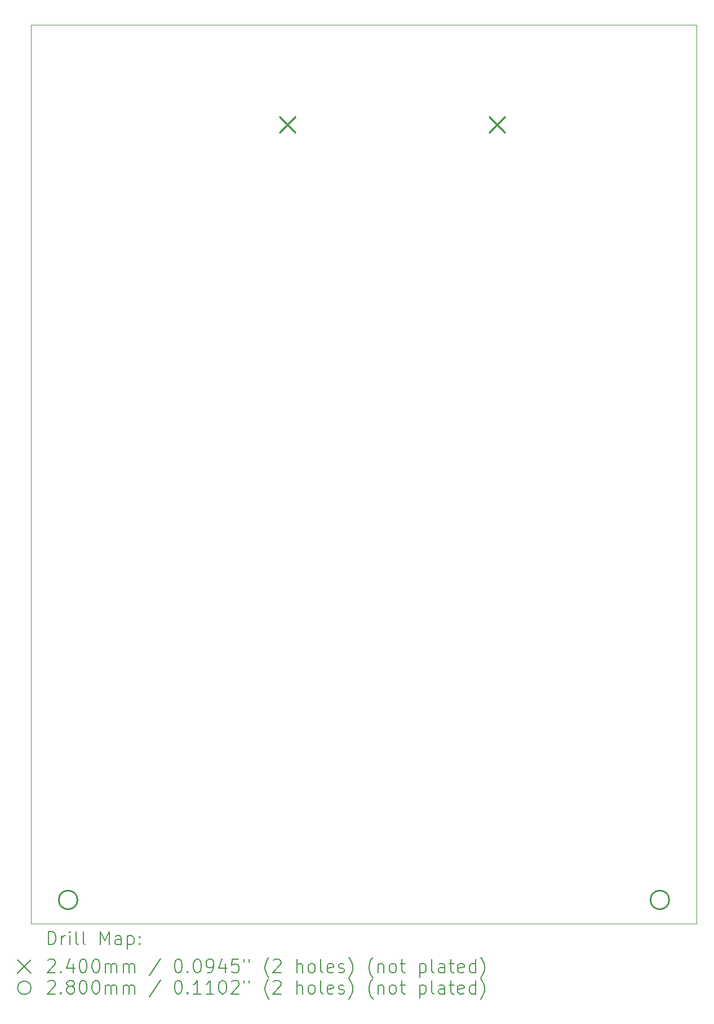
<source format=gbr>
%TF.GenerationSoftware,KiCad,Pcbnew,8.0.2*%
%TF.CreationDate,2025-03-06T23:30:27+01:00*%
%TF.ProjectId,meas,6d656173-2e6b-4696-9361-645f70636258,2.0.0*%
%TF.SameCoordinates,Original*%
%TF.FileFunction,Drillmap*%
%TF.FilePolarity,Positive*%
%FSLAX45Y45*%
G04 Gerber Fmt 4.5, Leading zero omitted, Abs format (unit mm)*
G04 Created by KiCad (PCBNEW 8.0.2) date 2025-03-06 23:30:27*
%MOMM*%
%LPD*%
G01*
G04 APERTURE LIST*
%ADD10C,0.050000*%
%ADD11C,0.200000*%
%ADD12C,0.240000*%
%ADD13C,0.280000*%
G04 APERTURE END LIST*
D10*
X15000000Y-4000000D02*
X25000000Y-4000000D01*
X25000000Y-17500000D01*
X15000000Y-17500000D01*
X15000000Y-4000000D01*
D11*
D12*
X18730000Y-5380000D02*
X18970000Y-5620000D01*
X18970000Y-5380000D02*
X18730000Y-5620000D01*
X21880000Y-5380000D02*
X22120000Y-5620000D01*
X22120000Y-5380000D02*
X21880000Y-5620000D01*
D13*
X15695000Y-17143000D02*
G75*
G02*
X15415000Y-17143000I-140000J0D01*
G01*
X15415000Y-17143000D02*
G75*
G02*
X15695000Y-17143000I140000J0D01*
G01*
X24585000Y-17143000D02*
G75*
G02*
X24305000Y-17143000I-140000J0D01*
G01*
X24305000Y-17143000D02*
G75*
G02*
X24585000Y-17143000I140000J0D01*
G01*
D11*
X15258277Y-17813984D02*
X15258277Y-17613984D01*
X15258277Y-17613984D02*
X15305896Y-17613984D01*
X15305896Y-17613984D02*
X15334467Y-17623508D01*
X15334467Y-17623508D02*
X15353515Y-17642555D01*
X15353515Y-17642555D02*
X15363039Y-17661603D01*
X15363039Y-17661603D02*
X15372562Y-17699698D01*
X15372562Y-17699698D02*
X15372562Y-17728270D01*
X15372562Y-17728270D02*
X15363039Y-17766365D01*
X15363039Y-17766365D02*
X15353515Y-17785412D01*
X15353515Y-17785412D02*
X15334467Y-17804460D01*
X15334467Y-17804460D02*
X15305896Y-17813984D01*
X15305896Y-17813984D02*
X15258277Y-17813984D01*
X15458277Y-17813984D02*
X15458277Y-17680650D01*
X15458277Y-17718746D02*
X15467801Y-17699698D01*
X15467801Y-17699698D02*
X15477324Y-17690174D01*
X15477324Y-17690174D02*
X15496372Y-17680650D01*
X15496372Y-17680650D02*
X15515420Y-17680650D01*
X15582086Y-17813984D02*
X15582086Y-17680650D01*
X15582086Y-17613984D02*
X15572562Y-17623508D01*
X15572562Y-17623508D02*
X15582086Y-17633031D01*
X15582086Y-17633031D02*
X15591610Y-17623508D01*
X15591610Y-17623508D02*
X15582086Y-17613984D01*
X15582086Y-17613984D02*
X15582086Y-17633031D01*
X15705896Y-17813984D02*
X15686848Y-17804460D01*
X15686848Y-17804460D02*
X15677324Y-17785412D01*
X15677324Y-17785412D02*
X15677324Y-17613984D01*
X15810658Y-17813984D02*
X15791610Y-17804460D01*
X15791610Y-17804460D02*
X15782086Y-17785412D01*
X15782086Y-17785412D02*
X15782086Y-17613984D01*
X16039229Y-17813984D02*
X16039229Y-17613984D01*
X16039229Y-17613984D02*
X16105896Y-17756841D01*
X16105896Y-17756841D02*
X16172562Y-17613984D01*
X16172562Y-17613984D02*
X16172562Y-17813984D01*
X16353515Y-17813984D02*
X16353515Y-17709222D01*
X16353515Y-17709222D02*
X16343991Y-17690174D01*
X16343991Y-17690174D02*
X16324943Y-17680650D01*
X16324943Y-17680650D02*
X16286848Y-17680650D01*
X16286848Y-17680650D02*
X16267801Y-17690174D01*
X16353515Y-17804460D02*
X16334467Y-17813984D01*
X16334467Y-17813984D02*
X16286848Y-17813984D01*
X16286848Y-17813984D02*
X16267801Y-17804460D01*
X16267801Y-17804460D02*
X16258277Y-17785412D01*
X16258277Y-17785412D02*
X16258277Y-17766365D01*
X16258277Y-17766365D02*
X16267801Y-17747317D01*
X16267801Y-17747317D02*
X16286848Y-17737793D01*
X16286848Y-17737793D02*
X16334467Y-17737793D01*
X16334467Y-17737793D02*
X16353515Y-17728270D01*
X16448753Y-17680650D02*
X16448753Y-17880650D01*
X16448753Y-17690174D02*
X16467801Y-17680650D01*
X16467801Y-17680650D02*
X16505896Y-17680650D01*
X16505896Y-17680650D02*
X16524943Y-17690174D01*
X16524943Y-17690174D02*
X16534467Y-17699698D01*
X16534467Y-17699698D02*
X16543991Y-17718746D01*
X16543991Y-17718746D02*
X16543991Y-17775889D01*
X16543991Y-17775889D02*
X16534467Y-17794936D01*
X16534467Y-17794936D02*
X16524943Y-17804460D01*
X16524943Y-17804460D02*
X16505896Y-17813984D01*
X16505896Y-17813984D02*
X16467801Y-17813984D01*
X16467801Y-17813984D02*
X16448753Y-17804460D01*
X16629705Y-17794936D02*
X16639229Y-17804460D01*
X16639229Y-17804460D02*
X16629705Y-17813984D01*
X16629705Y-17813984D02*
X16620182Y-17804460D01*
X16620182Y-17804460D02*
X16629705Y-17794936D01*
X16629705Y-17794936D02*
X16629705Y-17813984D01*
X16629705Y-17690174D02*
X16639229Y-17699698D01*
X16639229Y-17699698D02*
X16629705Y-17709222D01*
X16629705Y-17709222D02*
X16620182Y-17699698D01*
X16620182Y-17699698D02*
X16629705Y-17690174D01*
X16629705Y-17690174D02*
X16629705Y-17709222D01*
X14797500Y-18042500D02*
X14997500Y-18242500D01*
X14997500Y-18042500D02*
X14797500Y-18242500D01*
X15248753Y-18053031D02*
X15258277Y-18043508D01*
X15258277Y-18043508D02*
X15277324Y-18033984D01*
X15277324Y-18033984D02*
X15324943Y-18033984D01*
X15324943Y-18033984D02*
X15343991Y-18043508D01*
X15343991Y-18043508D02*
X15353515Y-18053031D01*
X15353515Y-18053031D02*
X15363039Y-18072079D01*
X15363039Y-18072079D02*
X15363039Y-18091127D01*
X15363039Y-18091127D02*
X15353515Y-18119698D01*
X15353515Y-18119698D02*
X15239229Y-18233984D01*
X15239229Y-18233984D02*
X15363039Y-18233984D01*
X15448753Y-18214936D02*
X15458277Y-18224460D01*
X15458277Y-18224460D02*
X15448753Y-18233984D01*
X15448753Y-18233984D02*
X15439229Y-18224460D01*
X15439229Y-18224460D02*
X15448753Y-18214936D01*
X15448753Y-18214936D02*
X15448753Y-18233984D01*
X15629705Y-18100650D02*
X15629705Y-18233984D01*
X15582086Y-18024460D02*
X15534467Y-18167317D01*
X15534467Y-18167317D02*
X15658277Y-18167317D01*
X15772562Y-18033984D02*
X15791610Y-18033984D01*
X15791610Y-18033984D02*
X15810658Y-18043508D01*
X15810658Y-18043508D02*
X15820182Y-18053031D01*
X15820182Y-18053031D02*
X15829705Y-18072079D01*
X15829705Y-18072079D02*
X15839229Y-18110174D01*
X15839229Y-18110174D02*
X15839229Y-18157793D01*
X15839229Y-18157793D02*
X15829705Y-18195889D01*
X15829705Y-18195889D02*
X15820182Y-18214936D01*
X15820182Y-18214936D02*
X15810658Y-18224460D01*
X15810658Y-18224460D02*
X15791610Y-18233984D01*
X15791610Y-18233984D02*
X15772562Y-18233984D01*
X15772562Y-18233984D02*
X15753515Y-18224460D01*
X15753515Y-18224460D02*
X15743991Y-18214936D01*
X15743991Y-18214936D02*
X15734467Y-18195889D01*
X15734467Y-18195889D02*
X15724943Y-18157793D01*
X15724943Y-18157793D02*
X15724943Y-18110174D01*
X15724943Y-18110174D02*
X15734467Y-18072079D01*
X15734467Y-18072079D02*
X15743991Y-18053031D01*
X15743991Y-18053031D02*
X15753515Y-18043508D01*
X15753515Y-18043508D02*
X15772562Y-18033984D01*
X15963039Y-18033984D02*
X15982086Y-18033984D01*
X15982086Y-18033984D02*
X16001134Y-18043508D01*
X16001134Y-18043508D02*
X16010658Y-18053031D01*
X16010658Y-18053031D02*
X16020182Y-18072079D01*
X16020182Y-18072079D02*
X16029705Y-18110174D01*
X16029705Y-18110174D02*
X16029705Y-18157793D01*
X16029705Y-18157793D02*
X16020182Y-18195889D01*
X16020182Y-18195889D02*
X16010658Y-18214936D01*
X16010658Y-18214936D02*
X16001134Y-18224460D01*
X16001134Y-18224460D02*
X15982086Y-18233984D01*
X15982086Y-18233984D02*
X15963039Y-18233984D01*
X15963039Y-18233984D02*
X15943991Y-18224460D01*
X15943991Y-18224460D02*
X15934467Y-18214936D01*
X15934467Y-18214936D02*
X15924943Y-18195889D01*
X15924943Y-18195889D02*
X15915420Y-18157793D01*
X15915420Y-18157793D02*
X15915420Y-18110174D01*
X15915420Y-18110174D02*
X15924943Y-18072079D01*
X15924943Y-18072079D02*
X15934467Y-18053031D01*
X15934467Y-18053031D02*
X15943991Y-18043508D01*
X15943991Y-18043508D02*
X15963039Y-18033984D01*
X16115420Y-18233984D02*
X16115420Y-18100650D01*
X16115420Y-18119698D02*
X16124943Y-18110174D01*
X16124943Y-18110174D02*
X16143991Y-18100650D01*
X16143991Y-18100650D02*
X16172563Y-18100650D01*
X16172563Y-18100650D02*
X16191610Y-18110174D01*
X16191610Y-18110174D02*
X16201134Y-18129222D01*
X16201134Y-18129222D02*
X16201134Y-18233984D01*
X16201134Y-18129222D02*
X16210658Y-18110174D01*
X16210658Y-18110174D02*
X16229705Y-18100650D01*
X16229705Y-18100650D02*
X16258277Y-18100650D01*
X16258277Y-18100650D02*
X16277324Y-18110174D01*
X16277324Y-18110174D02*
X16286848Y-18129222D01*
X16286848Y-18129222D02*
X16286848Y-18233984D01*
X16382086Y-18233984D02*
X16382086Y-18100650D01*
X16382086Y-18119698D02*
X16391610Y-18110174D01*
X16391610Y-18110174D02*
X16410658Y-18100650D01*
X16410658Y-18100650D02*
X16439229Y-18100650D01*
X16439229Y-18100650D02*
X16458277Y-18110174D01*
X16458277Y-18110174D02*
X16467801Y-18129222D01*
X16467801Y-18129222D02*
X16467801Y-18233984D01*
X16467801Y-18129222D02*
X16477324Y-18110174D01*
X16477324Y-18110174D02*
X16496372Y-18100650D01*
X16496372Y-18100650D02*
X16524943Y-18100650D01*
X16524943Y-18100650D02*
X16543991Y-18110174D01*
X16543991Y-18110174D02*
X16553515Y-18129222D01*
X16553515Y-18129222D02*
X16553515Y-18233984D01*
X16943991Y-18024460D02*
X16772563Y-18281603D01*
X17201134Y-18033984D02*
X17220182Y-18033984D01*
X17220182Y-18033984D02*
X17239229Y-18043508D01*
X17239229Y-18043508D02*
X17248753Y-18053031D01*
X17248753Y-18053031D02*
X17258277Y-18072079D01*
X17258277Y-18072079D02*
X17267801Y-18110174D01*
X17267801Y-18110174D02*
X17267801Y-18157793D01*
X17267801Y-18157793D02*
X17258277Y-18195889D01*
X17258277Y-18195889D02*
X17248753Y-18214936D01*
X17248753Y-18214936D02*
X17239229Y-18224460D01*
X17239229Y-18224460D02*
X17220182Y-18233984D01*
X17220182Y-18233984D02*
X17201134Y-18233984D01*
X17201134Y-18233984D02*
X17182087Y-18224460D01*
X17182087Y-18224460D02*
X17172563Y-18214936D01*
X17172563Y-18214936D02*
X17163039Y-18195889D01*
X17163039Y-18195889D02*
X17153515Y-18157793D01*
X17153515Y-18157793D02*
X17153515Y-18110174D01*
X17153515Y-18110174D02*
X17163039Y-18072079D01*
X17163039Y-18072079D02*
X17172563Y-18053031D01*
X17172563Y-18053031D02*
X17182087Y-18043508D01*
X17182087Y-18043508D02*
X17201134Y-18033984D01*
X17353515Y-18214936D02*
X17363039Y-18224460D01*
X17363039Y-18224460D02*
X17353515Y-18233984D01*
X17353515Y-18233984D02*
X17343991Y-18224460D01*
X17343991Y-18224460D02*
X17353515Y-18214936D01*
X17353515Y-18214936D02*
X17353515Y-18233984D01*
X17486848Y-18033984D02*
X17505896Y-18033984D01*
X17505896Y-18033984D02*
X17524944Y-18043508D01*
X17524944Y-18043508D02*
X17534468Y-18053031D01*
X17534468Y-18053031D02*
X17543991Y-18072079D01*
X17543991Y-18072079D02*
X17553515Y-18110174D01*
X17553515Y-18110174D02*
X17553515Y-18157793D01*
X17553515Y-18157793D02*
X17543991Y-18195889D01*
X17543991Y-18195889D02*
X17534468Y-18214936D01*
X17534468Y-18214936D02*
X17524944Y-18224460D01*
X17524944Y-18224460D02*
X17505896Y-18233984D01*
X17505896Y-18233984D02*
X17486848Y-18233984D01*
X17486848Y-18233984D02*
X17467801Y-18224460D01*
X17467801Y-18224460D02*
X17458277Y-18214936D01*
X17458277Y-18214936D02*
X17448753Y-18195889D01*
X17448753Y-18195889D02*
X17439229Y-18157793D01*
X17439229Y-18157793D02*
X17439229Y-18110174D01*
X17439229Y-18110174D02*
X17448753Y-18072079D01*
X17448753Y-18072079D02*
X17458277Y-18053031D01*
X17458277Y-18053031D02*
X17467801Y-18043508D01*
X17467801Y-18043508D02*
X17486848Y-18033984D01*
X17648753Y-18233984D02*
X17686848Y-18233984D01*
X17686848Y-18233984D02*
X17705896Y-18224460D01*
X17705896Y-18224460D02*
X17715420Y-18214936D01*
X17715420Y-18214936D02*
X17734468Y-18186365D01*
X17734468Y-18186365D02*
X17743991Y-18148270D01*
X17743991Y-18148270D02*
X17743991Y-18072079D01*
X17743991Y-18072079D02*
X17734468Y-18053031D01*
X17734468Y-18053031D02*
X17724944Y-18043508D01*
X17724944Y-18043508D02*
X17705896Y-18033984D01*
X17705896Y-18033984D02*
X17667801Y-18033984D01*
X17667801Y-18033984D02*
X17648753Y-18043508D01*
X17648753Y-18043508D02*
X17639229Y-18053031D01*
X17639229Y-18053031D02*
X17629706Y-18072079D01*
X17629706Y-18072079D02*
X17629706Y-18119698D01*
X17629706Y-18119698D02*
X17639229Y-18138746D01*
X17639229Y-18138746D02*
X17648753Y-18148270D01*
X17648753Y-18148270D02*
X17667801Y-18157793D01*
X17667801Y-18157793D02*
X17705896Y-18157793D01*
X17705896Y-18157793D02*
X17724944Y-18148270D01*
X17724944Y-18148270D02*
X17734468Y-18138746D01*
X17734468Y-18138746D02*
X17743991Y-18119698D01*
X17915420Y-18100650D02*
X17915420Y-18233984D01*
X17867801Y-18024460D02*
X17820182Y-18167317D01*
X17820182Y-18167317D02*
X17943991Y-18167317D01*
X18115420Y-18033984D02*
X18020182Y-18033984D01*
X18020182Y-18033984D02*
X18010658Y-18129222D01*
X18010658Y-18129222D02*
X18020182Y-18119698D01*
X18020182Y-18119698D02*
X18039229Y-18110174D01*
X18039229Y-18110174D02*
X18086849Y-18110174D01*
X18086849Y-18110174D02*
X18105896Y-18119698D01*
X18105896Y-18119698D02*
X18115420Y-18129222D01*
X18115420Y-18129222D02*
X18124944Y-18148270D01*
X18124944Y-18148270D02*
X18124944Y-18195889D01*
X18124944Y-18195889D02*
X18115420Y-18214936D01*
X18115420Y-18214936D02*
X18105896Y-18224460D01*
X18105896Y-18224460D02*
X18086849Y-18233984D01*
X18086849Y-18233984D02*
X18039229Y-18233984D01*
X18039229Y-18233984D02*
X18020182Y-18224460D01*
X18020182Y-18224460D02*
X18010658Y-18214936D01*
X18201134Y-18033984D02*
X18201134Y-18072079D01*
X18277325Y-18033984D02*
X18277325Y-18072079D01*
X18572563Y-18310174D02*
X18563039Y-18300650D01*
X18563039Y-18300650D02*
X18543991Y-18272079D01*
X18543991Y-18272079D02*
X18534468Y-18253031D01*
X18534468Y-18253031D02*
X18524944Y-18224460D01*
X18524944Y-18224460D02*
X18515420Y-18176841D01*
X18515420Y-18176841D02*
X18515420Y-18138746D01*
X18515420Y-18138746D02*
X18524944Y-18091127D01*
X18524944Y-18091127D02*
X18534468Y-18062555D01*
X18534468Y-18062555D02*
X18543991Y-18043508D01*
X18543991Y-18043508D02*
X18563039Y-18014936D01*
X18563039Y-18014936D02*
X18572563Y-18005412D01*
X18639230Y-18053031D02*
X18648753Y-18043508D01*
X18648753Y-18043508D02*
X18667801Y-18033984D01*
X18667801Y-18033984D02*
X18715420Y-18033984D01*
X18715420Y-18033984D02*
X18734468Y-18043508D01*
X18734468Y-18043508D02*
X18743991Y-18053031D01*
X18743991Y-18053031D02*
X18753515Y-18072079D01*
X18753515Y-18072079D02*
X18753515Y-18091127D01*
X18753515Y-18091127D02*
X18743991Y-18119698D01*
X18743991Y-18119698D02*
X18629706Y-18233984D01*
X18629706Y-18233984D02*
X18753515Y-18233984D01*
X18991611Y-18233984D02*
X18991611Y-18033984D01*
X19077325Y-18233984D02*
X19077325Y-18129222D01*
X19077325Y-18129222D02*
X19067801Y-18110174D01*
X19067801Y-18110174D02*
X19048753Y-18100650D01*
X19048753Y-18100650D02*
X19020182Y-18100650D01*
X19020182Y-18100650D02*
X19001134Y-18110174D01*
X19001134Y-18110174D02*
X18991611Y-18119698D01*
X19201134Y-18233984D02*
X19182087Y-18224460D01*
X19182087Y-18224460D02*
X19172563Y-18214936D01*
X19172563Y-18214936D02*
X19163039Y-18195889D01*
X19163039Y-18195889D02*
X19163039Y-18138746D01*
X19163039Y-18138746D02*
X19172563Y-18119698D01*
X19172563Y-18119698D02*
X19182087Y-18110174D01*
X19182087Y-18110174D02*
X19201134Y-18100650D01*
X19201134Y-18100650D02*
X19229706Y-18100650D01*
X19229706Y-18100650D02*
X19248753Y-18110174D01*
X19248753Y-18110174D02*
X19258277Y-18119698D01*
X19258277Y-18119698D02*
X19267801Y-18138746D01*
X19267801Y-18138746D02*
X19267801Y-18195889D01*
X19267801Y-18195889D02*
X19258277Y-18214936D01*
X19258277Y-18214936D02*
X19248753Y-18224460D01*
X19248753Y-18224460D02*
X19229706Y-18233984D01*
X19229706Y-18233984D02*
X19201134Y-18233984D01*
X19382087Y-18233984D02*
X19363039Y-18224460D01*
X19363039Y-18224460D02*
X19353515Y-18205412D01*
X19353515Y-18205412D02*
X19353515Y-18033984D01*
X19534468Y-18224460D02*
X19515420Y-18233984D01*
X19515420Y-18233984D02*
X19477325Y-18233984D01*
X19477325Y-18233984D02*
X19458277Y-18224460D01*
X19458277Y-18224460D02*
X19448753Y-18205412D01*
X19448753Y-18205412D02*
X19448753Y-18129222D01*
X19448753Y-18129222D02*
X19458277Y-18110174D01*
X19458277Y-18110174D02*
X19477325Y-18100650D01*
X19477325Y-18100650D02*
X19515420Y-18100650D01*
X19515420Y-18100650D02*
X19534468Y-18110174D01*
X19534468Y-18110174D02*
X19543992Y-18129222D01*
X19543992Y-18129222D02*
X19543992Y-18148270D01*
X19543992Y-18148270D02*
X19448753Y-18167317D01*
X19620182Y-18224460D02*
X19639230Y-18233984D01*
X19639230Y-18233984D02*
X19677325Y-18233984D01*
X19677325Y-18233984D02*
X19696373Y-18224460D01*
X19696373Y-18224460D02*
X19705896Y-18205412D01*
X19705896Y-18205412D02*
X19705896Y-18195889D01*
X19705896Y-18195889D02*
X19696373Y-18176841D01*
X19696373Y-18176841D02*
X19677325Y-18167317D01*
X19677325Y-18167317D02*
X19648753Y-18167317D01*
X19648753Y-18167317D02*
X19629706Y-18157793D01*
X19629706Y-18157793D02*
X19620182Y-18138746D01*
X19620182Y-18138746D02*
X19620182Y-18129222D01*
X19620182Y-18129222D02*
X19629706Y-18110174D01*
X19629706Y-18110174D02*
X19648753Y-18100650D01*
X19648753Y-18100650D02*
X19677325Y-18100650D01*
X19677325Y-18100650D02*
X19696373Y-18110174D01*
X19772563Y-18310174D02*
X19782087Y-18300650D01*
X19782087Y-18300650D02*
X19801134Y-18272079D01*
X19801134Y-18272079D02*
X19810658Y-18253031D01*
X19810658Y-18253031D02*
X19820182Y-18224460D01*
X19820182Y-18224460D02*
X19829706Y-18176841D01*
X19829706Y-18176841D02*
X19829706Y-18138746D01*
X19829706Y-18138746D02*
X19820182Y-18091127D01*
X19820182Y-18091127D02*
X19810658Y-18062555D01*
X19810658Y-18062555D02*
X19801134Y-18043508D01*
X19801134Y-18043508D02*
X19782087Y-18014936D01*
X19782087Y-18014936D02*
X19772563Y-18005412D01*
X20134468Y-18310174D02*
X20124944Y-18300650D01*
X20124944Y-18300650D02*
X20105896Y-18272079D01*
X20105896Y-18272079D02*
X20096373Y-18253031D01*
X20096373Y-18253031D02*
X20086849Y-18224460D01*
X20086849Y-18224460D02*
X20077325Y-18176841D01*
X20077325Y-18176841D02*
X20077325Y-18138746D01*
X20077325Y-18138746D02*
X20086849Y-18091127D01*
X20086849Y-18091127D02*
X20096373Y-18062555D01*
X20096373Y-18062555D02*
X20105896Y-18043508D01*
X20105896Y-18043508D02*
X20124944Y-18014936D01*
X20124944Y-18014936D02*
X20134468Y-18005412D01*
X20210658Y-18100650D02*
X20210658Y-18233984D01*
X20210658Y-18119698D02*
X20220182Y-18110174D01*
X20220182Y-18110174D02*
X20239230Y-18100650D01*
X20239230Y-18100650D02*
X20267801Y-18100650D01*
X20267801Y-18100650D02*
X20286849Y-18110174D01*
X20286849Y-18110174D02*
X20296373Y-18129222D01*
X20296373Y-18129222D02*
X20296373Y-18233984D01*
X20420182Y-18233984D02*
X20401134Y-18224460D01*
X20401134Y-18224460D02*
X20391611Y-18214936D01*
X20391611Y-18214936D02*
X20382087Y-18195889D01*
X20382087Y-18195889D02*
X20382087Y-18138746D01*
X20382087Y-18138746D02*
X20391611Y-18119698D01*
X20391611Y-18119698D02*
X20401134Y-18110174D01*
X20401134Y-18110174D02*
X20420182Y-18100650D01*
X20420182Y-18100650D02*
X20448754Y-18100650D01*
X20448754Y-18100650D02*
X20467801Y-18110174D01*
X20467801Y-18110174D02*
X20477325Y-18119698D01*
X20477325Y-18119698D02*
X20486849Y-18138746D01*
X20486849Y-18138746D02*
X20486849Y-18195889D01*
X20486849Y-18195889D02*
X20477325Y-18214936D01*
X20477325Y-18214936D02*
X20467801Y-18224460D01*
X20467801Y-18224460D02*
X20448754Y-18233984D01*
X20448754Y-18233984D02*
X20420182Y-18233984D01*
X20543992Y-18100650D02*
X20620182Y-18100650D01*
X20572563Y-18033984D02*
X20572563Y-18205412D01*
X20572563Y-18205412D02*
X20582087Y-18224460D01*
X20582087Y-18224460D02*
X20601134Y-18233984D01*
X20601134Y-18233984D02*
X20620182Y-18233984D01*
X20839230Y-18100650D02*
X20839230Y-18300650D01*
X20839230Y-18110174D02*
X20858277Y-18100650D01*
X20858277Y-18100650D02*
X20896373Y-18100650D01*
X20896373Y-18100650D02*
X20915420Y-18110174D01*
X20915420Y-18110174D02*
X20924944Y-18119698D01*
X20924944Y-18119698D02*
X20934468Y-18138746D01*
X20934468Y-18138746D02*
X20934468Y-18195889D01*
X20934468Y-18195889D02*
X20924944Y-18214936D01*
X20924944Y-18214936D02*
X20915420Y-18224460D01*
X20915420Y-18224460D02*
X20896373Y-18233984D01*
X20896373Y-18233984D02*
X20858277Y-18233984D01*
X20858277Y-18233984D02*
X20839230Y-18224460D01*
X21048754Y-18233984D02*
X21029706Y-18224460D01*
X21029706Y-18224460D02*
X21020182Y-18205412D01*
X21020182Y-18205412D02*
X21020182Y-18033984D01*
X21210658Y-18233984D02*
X21210658Y-18129222D01*
X21210658Y-18129222D02*
X21201135Y-18110174D01*
X21201135Y-18110174D02*
X21182087Y-18100650D01*
X21182087Y-18100650D02*
X21143992Y-18100650D01*
X21143992Y-18100650D02*
X21124944Y-18110174D01*
X21210658Y-18224460D02*
X21191611Y-18233984D01*
X21191611Y-18233984D02*
X21143992Y-18233984D01*
X21143992Y-18233984D02*
X21124944Y-18224460D01*
X21124944Y-18224460D02*
X21115420Y-18205412D01*
X21115420Y-18205412D02*
X21115420Y-18186365D01*
X21115420Y-18186365D02*
X21124944Y-18167317D01*
X21124944Y-18167317D02*
X21143992Y-18157793D01*
X21143992Y-18157793D02*
X21191611Y-18157793D01*
X21191611Y-18157793D02*
X21210658Y-18148270D01*
X21277325Y-18100650D02*
X21353515Y-18100650D01*
X21305896Y-18033984D02*
X21305896Y-18205412D01*
X21305896Y-18205412D02*
X21315420Y-18224460D01*
X21315420Y-18224460D02*
X21334468Y-18233984D01*
X21334468Y-18233984D02*
X21353515Y-18233984D01*
X21496373Y-18224460D02*
X21477325Y-18233984D01*
X21477325Y-18233984D02*
X21439230Y-18233984D01*
X21439230Y-18233984D02*
X21420182Y-18224460D01*
X21420182Y-18224460D02*
X21410658Y-18205412D01*
X21410658Y-18205412D02*
X21410658Y-18129222D01*
X21410658Y-18129222D02*
X21420182Y-18110174D01*
X21420182Y-18110174D02*
X21439230Y-18100650D01*
X21439230Y-18100650D02*
X21477325Y-18100650D01*
X21477325Y-18100650D02*
X21496373Y-18110174D01*
X21496373Y-18110174D02*
X21505896Y-18129222D01*
X21505896Y-18129222D02*
X21505896Y-18148270D01*
X21505896Y-18148270D02*
X21410658Y-18167317D01*
X21677325Y-18233984D02*
X21677325Y-18033984D01*
X21677325Y-18224460D02*
X21658277Y-18233984D01*
X21658277Y-18233984D02*
X21620182Y-18233984D01*
X21620182Y-18233984D02*
X21601135Y-18224460D01*
X21601135Y-18224460D02*
X21591611Y-18214936D01*
X21591611Y-18214936D02*
X21582087Y-18195889D01*
X21582087Y-18195889D02*
X21582087Y-18138746D01*
X21582087Y-18138746D02*
X21591611Y-18119698D01*
X21591611Y-18119698D02*
X21601135Y-18110174D01*
X21601135Y-18110174D02*
X21620182Y-18100650D01*
X21620182Y-18100650D02*
X21658277Y-18100650D01*
X21658277Y-18100650D02*
X21677325Y-18110174D01*
X21753516Y-18310174D02*
X21763039Y-18300650D01*
X21763039Y-18300650D02*
X21782087Y-18272079D01*
X21782087Y-18272079D02*
X21791611Y-18253031D01*
X21791611Y-18253031D02*
X21801135Y-18224460D01*
X21801135Y-18224460D02*
X21810658Y-18176841D01*
X21810658Y-18176841D02*
X21810658Y-18138746D01*
X21810658Y-18138746D02*
X21801135Y-18091127D01*
X21801135Y-18091127D02*
X21791611Y-18062555D01*
X21791611Y-18062555D02*
X21782087Y-18043508D01*
X21782087Y-18043508D02*
X21763039Y-18014936D01*
X21763039Y-18014936D02*
X21753516Y-18005412D01*
X14997500Y-18462500D02*
G75*
G02*
X14797500Y-18462500I-100000J0D01*
G01*
X14797500Y-18462500D02*
G75*
G02*
X14997500Y-18462500I100000J0D01*
G01*
X15248753Y-18373031D02*
X15258277Y-18363508D01*
X15258277Y-18363508D02*
X15277324Y-18353984D01*
X15277324Y-18353984D02*
X15324943Y-18353984D01*
X15324943Y-18353984D02*
X15343991Y-18363508D01*
X15343991Y-18363508D02*
X15353515Y-18373031D01*
X15353515Y-18373031D02*
X15363039Y-18392079D01*
X15363039Y-18392079D02*
X15363039Y-18411127D01*
X15363039Y-18411127D02*
X15353515Y-18439698D01*
X15353515Y-18439698D02*
X15239229Y-18553984D01*
X15239229Y-18553984D02*
X15363039Y-18553984D01*
X15448753Y-18534936D02*
X15458277Y-18544460D01*
X15458277Y-18544460D02*
X15448753Y-18553984D01*
X15448753Y-18553984D02*
X15439229Y-18544460D01*
X15439229Y-18544460D02*
X15448753Y-18534936D01*
X15448753Y-18534936D02*
X15448753Y-18553984D01*
X15572562Y-18439698D02*
X15553515Y-18430174D01*
X15553515Y-18430174D02*
X15543991Y-18420650D01*
X15543991Y-18420650D02*
X15534467Y-18401603D01*
X15534467Y-18401603D02*
X15534467Y-18392079D01*
X15534467Y-18392079D02*
X15543991Y-18373031D01*
X15543991Y-18373031D02*
X15553515Y-18363508D01*
X15553515Y-18363508D02*
X15572562Y-18353984D01*
X15572562Y-18353984D02*
X15610658Y-18353984D01*
X15610658Y-18353984D02*
X15629705Y-18363508D01*
X15629705Y-18363508D02*
X15639229Y-18373031D01*
X15639229Y-18373031D02*
X15648753Y-18392079D01*
X15648753Y-18392079D02*
X15648753Y-18401603D01*
X15648753Y-18401603D02*
X15639229Y-18420650D01*
X15639229Y-18420650D02*
X15629705Y-18430174D01*
X15629705Y-18430174D02*
X15610658Y-18439698D01*
X15610658Y-18439698D02*
X15572562Y-18439698D01*
X15572562Y-18439698D02*
X15553515Y-18449222D01*
X15553515Y-18449222D02*
X15543991Y-18458746D01*
X15543991Y-18458746D02*
X15534467Y-18477793D01*
X15534467Y-18477793D02*
X15534467Y-18515889D01*
X15534467Y-18515889D02*
X15543991Y-18534936D01*
X15543991Y-18534936D02*
X15553515Y-18544460D01*
X15553515Y-18544460D02*
X15572562Y-18553984D01*
X15572562Y-18553984D02*
X15610658Y-18553984D01*
X15610658Y-18553984D02*
X15629705Y-18544460D01*
X15629705Y-18544460D02*
X15639229Y-18534936D01*
X15639229Y-18534936D02*
X15648753Y-18515889D01*
X15648753Y-18515889D02*
X15648753Y-18477793D01*
X15648753Y-18477793D02*
X15639229Y-18458746D01*
X15639229Y-18458746D02*
X15629705Y-18449222D01*
X15629705Y-18449222D02*
X15610658Y-18439698D01*
X15772562Y-18353984D02*
X15791610Y-18353984D01*
X15791610Y-18353984D02*
X15810658Y-18363508D01*
X15810658Y-18363508D02*
X15820182Y-18373031D01*
X15820182Y-18373031D02*
X15829705Y-18392079D01*
X15829705Y-18392079D02*
X15839229Y-18430174D01*
X15839229Y-18430174D02*
X15839229Y-18477793D01*
X15839229Y-18477793D02*
X15829705Y-18515889D01*
X15829705Y-18515889D02*
X15820182Y-18534936D01*
X15820182Y-18534936D02*
X15810658Y-18544460D01*
X15810658Y-18544460D02*
X15791610Y-18553984D01*
X15791610Y-18553984D02*
X15772562Y-18553984D01*
X15772562Y-18553984D02*
X15753515Y-18544460D01*
X15753515Y-18544460D02*
X15743991Y-18534936D01*
X15743991Y-18534936D02*
X15734467Y-18515889D01*
X15734467Y-18515889D02*
X15724943Y-18477793D01*
X15724943Y-18477793D02*
X15724943Y-18430174D01*
X15724943Y-18430174D02*
X15734467Y-18392079D01*
X15734467Y-18392079D02*
X15743991Y-18373031D01*
X15743991Y-18373031D02*
X15753515Y-18363508D01*
X15753515Y-18363508D02*
X15772562Y-18353984D01*
X15963039Y-18353984D02*
X15982086Y-18353984D01*
X15982086Y-18353984D02*
X16001134Y-18363508D01*
X16001134Y-18363508D02*
X16010658Y-18373031D01*
X16010658Y-18373031D02*
X16020182Y-18392079D01*
X16020182Y-18392079D02*
X16029705Y-18430174D01*
X16029705Y-18430174D02*
X16029705Y-18477793D01*
X16029705Y-18477793D02*
X16020182Y-18515889D01*
X16020182Y-18515889D02*
X16010658Y-18534936D01*
X16010658Y-18534936D02*
X16001134Y-18544460D01*
X16001134Y-18544460D02*
X15982086Y-18553984D01*
X15982086Y-18553984D02*
X15963039Y-18553984D01*
X15963039Y-18553984D02*
X15943991Y-18544460D01*
X15943991Y-18544460D02*
X15934467Y-18534936D01*
X15934467Y-18534936D02*
X15924943Y-18515889D01*
X15924943Y-18515889D02*
X15915420Y-18477793D01*
X15915420Y-18477793D02*
X15915420Y-18430174D01*
X15915420Y-18430174D02*
X15924943Y-18392079D01*
X15924943Y-18392079D02*
X15934467Y-18373031D01*
X15934467Y-18373031D02*
X15943991Y-18363508D01*
X15943991Y-18363508D02*
X15963039Y-18353984D01*
X16115420Y-18553984D02*
X16115420Y-18420650D01*
X16115420Y-18439698D02*
X16124943Y-18430174D01*
X16124943Y-18430174D02*
X16143991Y-18420650D01*
X16143991Y-18420650D02*
X16172563Y-18420650D01*
X16172563Y-18420650D02*
X16191610Y-18430174D01*
X16191610Y-18430174D02*
X16201134Y-18449222D01*
X16201134Y-18449222D02*
X16201134Y-18553984D01*
X16201134Y-18449222D02*
X16210658Y-18430174D01*
X16210658Y-18430174D02*
X16229705Y-18420650D01*
X16229705Y-18420650D02*
X16258277Y-18420650D01*
X16258277Y-18420650D02*
X16277324Y-18430174D01*
X16277324Y-18430174D02*
X16286848Y-18449222D01*
X16286848Y-18449222D02*
X16286848Y-18553984D01*
X16382086Y-18553984D02*
X16382086Y-18420650D01*
X16382086Y-18439698D02*
X16391610Y-18430174D01*
X16391610Y-18430174D02*
X16410658Y-18420650D01*
X16410658Y-18420650D02*
X16439229Y-18420650D01*
X16439229Y-18420650D02*
X16458277Y-18430174D01*
X16458277Y-18430174D02*
X16467801Y-18449222D01*
X16467801Y-18449222D02*
X16467801Y-18553984D01*
X16467801Y-18449222D02*
X16477324Y-18430174D01*
X16477324Y-18430174D02*
X16496372Y-18420650D01*
X16496372Y-18420650D02*
X16524943Y-18420650D01*
X16524943Y-18420650D02*
X16543991Y-18430174D01*
X16543991Y-18430174D02*
X16553515Y-18449222D01*
X16553515Y-18449222D02*
X16553515Y-18553984D01*
X16943991Y-18344460D02*
X16772563Y-18601603D01*
X17201134Y-18353984D02*
X17220182Y-18353984D01*
X17220182Y-18353984D02*
X17239229Y-18363508D01*
X17239229Y-18363508D02*
X17248753Y-18373031D01*
X17248753Y-18373031D02*
X17258277Y-18392079D01*
X17258277Y-18392079D02*
X17267801Y-18430174D01*
X17267801Y-18430174D02*
X17267801Y-18477793D01*
X17267801Y-18477793D02*
X17258277Y-18515889D01*
X17258277Y-18515889D02*
X17248753Y-18534936D01*
X17248753Y-18534936D02*
X17239229Y-18544460D01*
X17239229Y-18544460D02*
X17220182Y-18553984D01*
X17220182Y-18553984D02*
X17201134Y-18553984D01*
X17201134Y-18553984D02*
X17182087Y-18544460D01*
X17182087Y-18544460D02*
X17172563Y-18534936D01*
X17172563Y-18534936D02*
X17163039Y-18515889D01*
X17163039Y-18515889D02*
X17153515Y-18477793D01*
X17153515Y-18477793D02*
X17153515Y-18430174D01*
X17153515Y-18430174D02*
X17163039Y-18392079D01*
X17163039Y-18392079D02*
X17172563Y-18373031D01*
X17172563Y-18373031D02*
X17182087Y-18363508D01*
X17182087Y-18363508D02*
X17201134Y-18353984D01*
X17353515Y-18534936D02*
X17363039Y-18544460D01*
X17363039Y-18544460D02*
X17353515Y-18553984D01*
X17353515Y-18553984D02*
X17343991Y-18544460D01*
X17343991Y-18544460D02*
X17353515Y-18534936D01*
X17353515Y-18534936D02*
X17353515Y-18553984D01*
X17553515Y-18553984D02*
X17439229Y-18553984D01*
X17496372Y-18553984D02*
X17496372Y-18353984D01*
X17496372Y-18353984D02*
X17477325Y-18382555D01*
X17477325Y-18382555D02*
X17458277Y-18401603D01*
X17458277Y-18401603D02*
X17439229Y-18411127D01*
X17743991Y-18553984D02*
X17629706Y-18553984D01*
X17686848Y-18553984D02*
X17686848Y-18353984D01*
X17686848Y-18353984D02*
X17667801Y-18382555D01*
X17667801Y-18382555D02*
X17648753Y-18401603D01*
X17648753Y-18401603D02*
X17629706Y-18411127D01*
X17867801Y-18353984D02*
X17886849Y-18353984D01*
X17886849Y-18353984D02*
X17905896Y-18363508D01*
X17905896Y-18363508D02*
X17915420Y-18373031D01*
X17915420Y-18373031D02*
X17924944Y-18392079D01*
X17924944Y-18392079D02*
X17934468Y-18430174D01*
X17934468Y-18430174D02*
X17934468Y-18477793D01*
X17934468Y-18477793D02*
X17924944Y-18515889D01*
X17924944Y-18515889D02*
X17915420Y-18534936D01*
X17915420Y-18534936D02*
X17905896Y-18544460D01*
X17905896Y-18544460D02*
X17886849Y-18553984D01*
X17886849Y-18553984D02*
X17867801Y-18553984D01*
X17867801Y-18553984D02*
X17848753Y-18544460D01*
X17848753Y-18544460D02*
X17839229Y-18534936D01*
X17839229Y-18534936D02*
X17829706Y-18515889D01*
X17829706Y-18515889D02*
X17820182Y-18477793D01*
X17820182Y-18477793D02*
X17820182Y-18430174D01*
X17820182Y-18430174D02*
X17829706Y-18392079D01*
X17829706Y-18392079D02*
X17839229Y-18373031D01*
X17839229Y-18373031D02*
X17848753Y-18363508D01*
X17848753Y-18363508D02*
X17867801Y-18353984D01*
X18010658Y-18373031D02*
X18020182Y-18363508D01*
X18020182Y-18363508D02*
X18039229Y-18353984D01*
X18039229Y-18353984D02*
X18086849Y-18353984D01*
X18086849Y-18353984D02*
X18105896Y-18363508D01*
X18105896Y-18363508D02*
X18115420Y-18373031D01*
X18115420Y-18373031D02*
X18124944Y-18392079D01*
X18124944Y-18392079D02*
X18124944Y-18411127D01*
X18124944Y-18411127D02*
X18115420Y-18439698D01*
X18115420Y-18439698D02*
X18001134Y-18553984D01*
X18001134Y-18553984D02*
X18124944Y-18553984D01*
X18201134Y-18353984D02*
X18201134Y-18392079D01*
X18277325Y-18353984D02*
X18277325Y-18392079D01*
X18572563Y-18630174D02*
X18563039Y-18620650D01*
X18563039Y-18620650D02*
X18543991Y-18592079D01*
X18543991Y-18592079D02*
X18534468Y-18573031D01*
X18534468Y-18573031D02*
X18524944Y-18544460D01*
X18524944Y-18544460D02*
X18515420Y-18496841D01*
X18515420Y-18496841D02*
X18515420Y-18458746D01*
X18515420Y-18458746D02*
X18524944Y-18411127D01*
X18524944Y-18411127D02*
X18534468Y-18382555D01*
X18534468Y-18382555D02*
X18543991Y-18363508D01*
X18543991Y-18363508D02*
X18563039Y-18334936D01*
X18563039Y-18334936D02*
X18572563Y-18325412D01*
X18639230Y-18373031D02*
X18648753Y-18363508D01*
X18648753Y-18363508D02*
X18667801Y-18353984D01*
X18667801Y-18353984D02*
X18715420Y-18353984D01*
X18715420Y-18353984D02*
X18734468Y-18363508D01*
X18734468Y-18363508D02*
X18743991Y-18373031D01*
X18743991Y-18373031D02*
X18753515Y-18392079D01*
X18753515Y-18392079D02*
X18753515Y-18411127D01*
X18753515Y-18411127D02*
X18743991Y-18439698D01*
X18743991Y-18439698D02*
X18629706Y-18553984D01*
X18629706Y-18553984D02*
X18753515Y-18553984D01*
X18991611Y-18553984D02*
X18991611Y-18353984D01*
X19077325Y-18553984D02*
X19077325Y-18449222D01*
X19077325Y-18449222D02*
X19067801Y-18430174D01*
X19067801Y-18430174D02*
X19048753Y-18420650D01*
X19048753Y-18420650D02*
X19020182Y-18420650D01*
X19020182Y-18420650D02*
X19001134Y-18430174D01*
X19001134Y-18430174D02*
X18991611Y-18439698D01*
X19201134Y-18553984D02*
X19182087Y-18544460D01*
X19182087Y-18544460D02*
X19172563Y-18534936D01*
X19172563Y-18534936D02*
X19163039Y-18515889D01*
X19163039Y-18515889D02*
X19163039Y-18458746D01*
X19163039Y-18458746D02*
X19172563Y-18439698D01*
X19172563Y-18439698D02*
X19182087Y-18430174D01*
X19182087Y-18430174D02*
X19201134Y-18420650D01*
X19201134Y-18420650D02*
X19229706Y-18420650D01*
X19229706Y-18420650D02*
X19248753Y-18430174D01*
X19248753Y-18430174D02*
X19258277Y-18439698D01*
X19258277Y-18439698D02*
X19267801Y-18458746D01*
X19267801Y-18458746D02*
X19267801Y-18515889D01*
X19267801Y-18515889D02*
X19258277Y-18534936D01*
X19258277Y-18534936D02*
X19248753Y-18544460D01*
X19248753Y-18544460D02*
X19229706Y-18553984D01*
X19229706Y-18553984D02*
X19201134Y-18553984D01*
X19382087Y-18553984D02*
X19363039Y-18544460D01*
X19363039Y-18544460D02*
X19353515Y-18525412D01*
X19353515Y-18525412D02*
X19353515Y-18353984D01*
X19534468Y-18544460D02*
X19515420Y-18553984D01*
X19515420Y-18553984D02*
X19477325Y-18553984D01*
X19477325Y-18553984D02*
X19458277Y-18544460D01*
X19458277Y-18544460D02*
X19448753Y-18525412D01*
X19448753Y-18525412D02*
X19448753Y-18449222D01*
X19448753Y-18449222D02*
X19458277Y-18430174D01*
X19458277Y-18430174D02*
X19477325Y-18420650D01*
X19477325Y-18420650D02*
X19515420Y-18420650D01*
X19515420Y-18420650D02*
X19534468Y-18430174D01*
X19534468Y-18430174D02*
X19543992Y-18449222D01*
X19543992Y-18449222D02*
X19543992Y-18468270D01*
X19543992Y-18468270D02*
X19448753Y-18487317D01*
X19620182Y-18544460D02*
X19639230Y-18553984D01*
X19639230Y-18553984D02*
X19677325Y-18553984D01*
X19677325Y-18553984D02*
X19696373Y-18544460D01*
X19696373Y-18544460D02*
X19705896Y-18525412D01*
X19705896Y-18525412D02*
X19705896Y-18515889D01*
X19705896Y-18515889D02*
X19696373Y-18496841D01*
X19696373Y-18496841D02*
X19677325Y-18487317D01*
X19677325Y-18487317D02*
X19648753Y-18487317D01*
X19648753Y-18487317D02*
X19629706Y-18477793D01*
X19629706Y-18477793D02*
X19620182Y-18458746D01*
X19620182Y-18458746D02*
X19620182Y-18449222D01*
X19620182Y-18449222D02*
X19629706Y-18430174D01*
X19629706Y-18430174D02*
X19648753Y-18420650D01*
X19648753Y-18420650D02*
X19677325Y-18420650D01*
X19677325Y-18420650D02*
X19696373Y-18430174D01*
X19772563Y-18630174D02*
X19782087Y-18620650D01*
X19782087Y-18620650D02*
X19801134Y-18592079D01*
X19801134Y-18592079D02*
X19810658Y-18573031D01*
X19810658Y-18573031D02*
X19820182Y-18544460D01*
X19820182Y-18544460D02*
X19829706Y-18496841D01*
X19829706Y-18496841D02*
X19829706Y-18458746D01*
X19829706Y-18458746D02*
X19820182Y-18411127D01*
X19820182Y-18411127D02*
X19810658Y-18382555D01*
X19810658Y-18382555D02*
X19801134Y-18363508D01*
X19801134Y-18363508D02*
X19782087Y-18334936D01*
X19782087Y-18334936D02*
X19772563Y-18325412D01*
X20134468Y-18630174D02*
X20124944Y-18620650D01*
X20124944Y-18620650D02*
X20105896Y-18592079D01*
X20105896Y-18592079D02*
X20096373Y-18573031D01*
X20096373Y-18573031D02*
X20086849Y-18544460D01*
X20086849Y-18544460D02*
X20077325Y-18496841D01*
X20077325Y-18496841D02*
X20077325Y-18458746D01*
X20077325Y-18458746D02*
X20086849Y-18411127D01*
X20086849Y-18411127D02*
X20096373Y-18382555D01*
X20096373Y-18382555D02*
X20105896Y-18363508D01*
X20105896Y-18363508D02*
X20124944Y-18334936D01*
X20124944Y-18334936D02*
X20134468Y-18325412D01*
X20210658Y-18420650D02*
X20210658Y-18553984D01*
X20210658Y-18439698D02*
X20220182Y-18430174D01*
X20220182Y-18430174D02*
X20239230Y-18420650D01*
X20239230Y-18420650D02*
X20267801Y-18420650D01*
X20267801Y-18420650D02*
X20286849Y-18430174D01*
X20286849Y-18430174D02*
X20296373Y-18449222D01*
X20296373Y-18449222D02*
X20296373Y-18553984D01*
X20420182Y-18553984D02*
X20401134Y-18544460D01*
X20401134Y-18544460D02*
X20391611Y-18534936D01*
X20391611Y-18534936D02*
X20382087Y-18515889D01*
X20382087Y-18515889D02*
X20382087Y-18458746D01*
X20382087Y-18458746D02*
X20391611Y-18439698D01*
X20391611Y-18439698D02*
X20401134Y-18430174D01*
X20401134Y-18430174D02*
X20420182Y-18420650D01*
X20420182Y-18420650D02*
X20448754Y-18420650D01*
X20448754Y-18420650D02*
X20467801Y-18430174D01*
X20467801Y-18430174D02*
X20477325Y-18439698D01*
X20477325Y-18439698D02*
X20486849Y-18458746D01*
X20486849Y-18458746D02*
X20486849Y-18515889D01*
X20486849Y-18515889D02*
X20477325Y-18534936D01*
X20477325Y-18534936D02*
X20467801Y-18544460D01*
X20467801Y-18544460D02*
X20448754Y-18553984D01*
X20448754Y-18553984D02*
X20420182Y-18553984D01*
X20543992Y-18420650D02*
X20620182Y-18420650D01*
X20572563Y-18353984D02*
X20572563Y-18525412D01*
X20572563Y-18525412D02*
X20582087Y-18544460D01*
X20582087Y-18544460D02*
X20601134Y-18553984D01*
X20601134Y-18553984D02*
X20620182Y-18553984D01*
X20839230Y-18420650D02*
X20839230Y-18620650D01*
X20839230Y-18430174D02*
X20858277Y-18420650D01*
X20858277Y-18420650D02*
X20896373Y-18420650D01*
X20896373Y-18420650D02*
X20915420Y-18430174D01*
X20915420Y-18430174D02*
X20924944Y-18439698D01*
X20924944Y-18439698D02*
X20934468Y-18458746D01*
X20934468Y-18458746D02*
X20934468Y-18515889D01*
X20934468Y-18515889D02*
X20924944Y-18534936D01*
X20924944Y-18534936D02*
X20915420Y-18544460D01*
X20915420Y-18544460D02*
X20896373Y-18553984D01*
X20896373Y-18553984D02*
X20858277Y-18553984D01*
X20858277Y-18553984D02*
X20839230Y-18544460D01*
X21048754Y-18553984D02*
X21029706Y-18544460D01*
X21029706Y-18544460D02*
X21020182Y-18525412D01*
X21020182Y-18525412D02*
X21020182Y-18353984D01*
X21210658Y-18553984D02*
X21210658Y-18449222D01*
X21210658Y-18449222D02*
X21201135Y-18430174D01*
X21201135Y-18430174D02*
X21182087Y-18420650D01*
X21182087Y-18420650D02*
X21143992Y-18420650D01*
X21143992Y-18420650D02*
X21124944Y-18430174D01*
X21210658Y-18544460D02*
X21191611Y-18553984D01*
X21191611Y-18553984D02*
X21143992Y-18553984D01*
X21143992Y-18553984D02*
X21124944Y-18544460D01*
X21124944Y-18544460D02*
X21115420Y-18525412D01*
X21115420Y-18525412D02*
X21115420Y-18506365D01*
X21115420Y-18506365D02*
X21124944Y-18487317D01*
X21124944Y-18487317D02*
X21143992Y-18477793D01*
X21143992Y-18477793D02*
X21191611Y-18477793D01*
X21191611Y-18477793D02*
X21210658Y-18468270D01*
X21277325Y-18420650D02*
X21353515Y-18420650D01*
X21305896Y-18353984D02*
X21305896Y-18525412D01*
X21305896Y-18525412D02*
X21315420Y-18544460D01*
X21315420Y-18544460D02*
X21334468Y-18553984D01*
X21334468Y-18553984D02*
X21353515Y-18553984D01*
X21496373Y-18544460D02*
X21477325Y-18553984D01*
X21477325Y-18553984D02*
X21439230Y-18553984D01*
X21439230Y-18553984D02*
X21420182Y-18544460D01*
X21420182Y-18544460D02*
X21410658Y-18525412D01*
X21410658Y-18525412D02*
X21410658Y-18449222D01*
X21410658Y-18449222D02*
X21420182Y-18430174D01*
X21420182Y-18430174D02*
X21439230Y-18420650D01*
X21439230Y-18420650D02*
X21477325Y-18420650D01*
X21477325Y-18420650D02*
X21496373Y-18430174D01*
X21496373Y-18430174D02*
X21505896Y-18449222D01*
X21505896Y-18449222D02*
X21505896Y-18468270D01*
X21505896Y-18468270D02*
X21410658Y-18487317D01*
X21677325Y-18553984D02*
X21677325Y-18353984D01*
X21677325Y-18544460D02*
X21658277Y-18553984D01*
X21658277Y-18553984D02*
X21620182Y-18553984D01*
X21620182Y-18553984D02*
X21601135Y-18544460D01*
X21601135Y-18544460D02*
X21591611Y-18534936D01*
X21591611Y-18534936D02*
X21582087Y-18515889D01*
X21582087Y-18515889D02*
X21582087Y-18458746D01*
X21582087Y-18458746D02*
X21591611Y-18439698D01*
X21591611Y-18439698D02*
X21601135Y-18430174D01*
X21601135Y-18430174D02*
X21620182Y-18420650D01*
X21620182Y-18420650D02*
X21658277Y-18420650D01*
X21658277Y-18420650D02*
X21677325Y-18430174D01*
X21753516Y-18630174D02*
X21763039Y-18620650D01*
X21763039Y-18620650D02*
X21782087Y-18592079D01*
X21782087Y-18592079D02*
X21791611Y-18573031D01*
X21791611Y-18573031D02*
X21801135Y-18544460D01*
X21801135Y-18544460D02*
X21810658Y-18496841D01*
X21810658Y-18496841D02*
X21810658Y-18458746D01*
X21810658Y-18458746D02*
X21801135Y-18411127D01*
X21801135Y-18411127D02*
X21791611Y-18382555D01*
X21791611Y-18382555D02*
X21782087Y-18363508D01*
X21782087Y-18363508D02*
X21763039Y-18334936D01*
X21763039Y-18334936D02*
X21753516Y-18325412D01*
M02*

</source>
